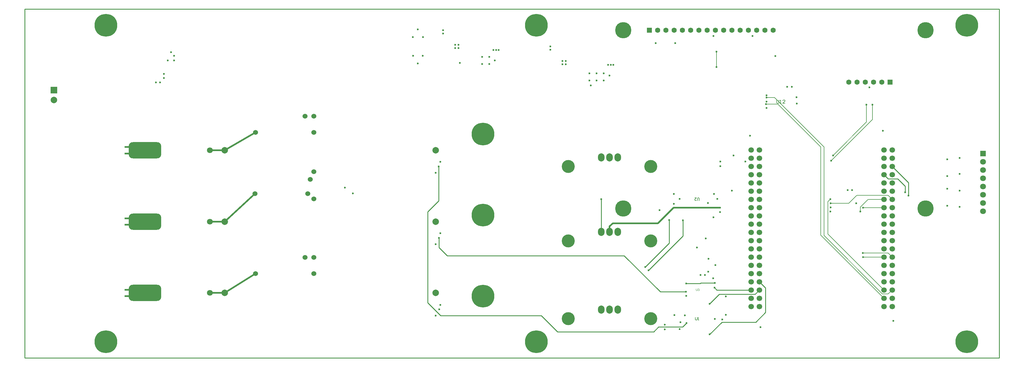
<source format=gbl>
G04 Layer_Physical_Order=4*
G04 Layer_Color=11796480*
%FSLAX43Y43*%
%MOMM*%
G71*
G01*
G75*
%ADD19C,2.000*%
%ADD27C,0.250*%
%ADD28C,0.200*%
%ADD29C,0.150*%
%ADD30C,0.500*%
%ADD34C,0.254*%
%ADD35C,0.178*%
%ADD36C,0.100*%
%ADD37O,2.000X2.500*%
%ADD38C,7.000*%
%ADD39C,1.524*%
%ADD40C,1.800*%
%ADD41C,1.600*%
%ADD42R,1.600X1.600*%
%ADD43C,1.700*%
%ADD44C,4.000*%
%ADD45R,2.000X2.000*%
%ADD46R,1.800X1.800*%
%ADD47C,5.000*%
%ADD48C,0.600*%
G04:AMPARAMS|DCode=65|XSize=10mm|YSize=5mm|CornerRadius=1.25mm|HoleSize=0mm|Usage=FLASHONLY|Rotation=180.000|XOffset=0mm|YOffset=0mm|HoleType=Round|Shape=RoundedRectangle|*
%AMROUNDEDRECTD65*
21,1,10.000,2.500,0,0,180.0*
21,1,7.500,5.000,0,0,180.0*
1,1,2.500,-3.750,1.250*
1,1,2.500,3.750,1.250*
1,1,2.500,3.750,-1.250*
1,1,2.500,-3.750,-1.250*
%
%ADD65ROUNDEDRECTD65*%
D19*
X126500Y64000D02*
D03*
X61500D02*
D03*
X9000Y79500D02*
D03*
X126500Y20000D02*
D03*
X61500D02*
D03*
X126500Y42000D02*
D03*
X61500D02*
D03*
D27*
X195100Y9500D02*
X202500D01*
X193600Y8000D02*
X195100Y9500D01*
X202500D02*
X203730Y10730D01*
X164000Y8000D02*
X193600D01*
X159000Y13000D02*
X164000Y8000D01*
X128000Y13000D02*
X159000D01*
X192000Y27000D02*
X202600Y37600D01*
Y42400D01*
X191000Y28000D02*
X198400Y35400D01*
Y42500D01*
X177450Y38800D02*
Y48950D01*
X272000Y50000D02*
Y54020D01*
X195635Y20365D02*
X203535D01*
X184500Y31500D02*
X195635Y20365D01*
X212300Y21635D02*
X213015Y20920D01*
X203600Y22900D02*
X207900D01*
X208100Y23100D01*
X212400D01*
X213750Y19600D02*
X224780D01*
X210825Y16675D02*
X213750Y19600D01*
X214600Y11000D02*
X225000D01*
X210825Y7225D02*
X214600Y11000D01*
X124000Y17000D02*
X128000Y13000D01*
X124000Y17000D02*
Y45000D01*
X130000Y31500D02*
X184500D01*
X127475Y34025D02*
X130000Y31500D01*
X124000Y45000D02*
X127425Y48425D01*
Y58975D01*
X127475Y34025D02*
Y36975D01*
X213015Y20920D02*
X223560D01*
X224780Y19600D02*
X226100Y20920D01*
X225000Y11000D02*
X228000Y14000D01*
Y21560D01*
X226100Y23460D02*
X228000Y21560D01*
X264460Y56480D02*
X265740Y55200D01*
X268700D01*
X271000Y52900D01*
Y51000D02*
Y52900D01*
X267000Y59020D02*
X272000Y54020D01*
D28*
X212950Y89650D02*
Y94350D01*
D29*
X231800Y78200D02*
X245000Y65000D01*
X228200Y78200D02*
X231800D01*
X230800Y80200D02*
X246000Y65000D01*
X228300Y80200D02*
X230800D01*
X260900Y73500D02*
Y78000D01*
X259100Y72700D02*
Y78000D01*
X248200Y60800D02*
X260900Y73500D01*
X248800Y62400D02*
X259100Y72700D01*
X246000Y37700D02*
Y65000D01*
Y37700D02*
X264000Y19700D01*
X265780D01*
X267000Y20920D01*
X258020Y31080D02*
X264460D01*
X245000Y37840D02*
Y65000D01*
X256100Y50100D02*
X265760D01*
X253635Y47635D02*
X256100Y50100D01*
X248035Y47635D02*
X253635D01*
X247200Y48110D02*
X247995Y48905D01*
X247200Y38180D02*
Y48110D01*
Y38180D02*
X264460Y20920D01*
X265760Y50100D02*
X267000Y48860D01*
X259560D02*
X264460D01*
X257195Y46495D02*
X259560Y48860D01*
X257195Y45095D02*
Y46495D01*
X258020Y46320D02*
X264460D01*
X245000Y37840D02*
X264460Y18380D01*
X258000Y32300D02*
X265780D01*
X267000Y31080D01*
X207575Y48525D02*
Y49192D01*
X207442Y49325D01*
X207175D01*
X207042Y49192D01*
Y48525D01*
X206242Y49325D02*
X206775D01*
X206242Y48792D01*
Y48659D01*
X206375Y48525D01*
X206642D01*
X206775Y48659D01*
X206425Y12475D02*
Y11808D01*
X206558Y11675D01*
X206825D01*
X206958Y11808D01*
Y12475D01*
X207225Y11675D02*
X207491D01*
X207358D01*
Y12475D01*
X207225Y12341D01*
D30*
X199700Y46300D02*
X214000D01*
X194900Y41500D02*
X199700Y46300D01*
X181000Y41500D02*
X194900D01*
X180000Y40500D02*
X181000Y41500D01*
X180000Y38800D02*
Y40500D01*
X31000Y19000D02*
X36000D01*
X37000Y20000D01*
X36000Y21000D02*
X37000Y20000D01*
X31000Y21000D02*
X36000D01*
X31000Y41000D02*
X36000D01*
X37000Y42000D01*
X36000Y43000D02*
X37000Y42000D01*
X31000Y43000D02*
X36000D01*
X31000Y63000D02*
X36000D01*
X37000Y64000D01*
X36000Y65000D02*
X37000Y64000D01*
X31000Y65000D02*
X36000D01*
X61500Y64000D02*
X71000Y69500D01*
X61500Y20000D02*
X71000Y26000D01*
X57000Y64000D02*
X61500Y64000D01*
Y42000D02*
X70890Y50570D01*
X57000Y42000D02*
X61500Y42000D01*
X61500Y20000D02*
X61500Y20000D01*
X57000Y20000D02*
X61500D01*
D34*
X0Y0D02*
Y107500D01*
X300000D01*
Y0D02*
Y107500D01*
X0Y0D02*
X300000D01*
D35*
X231476Y79508D02*
Y78661D01*
X231645Y78492D01*
X231984D01*
X232153Y78661D01*
Y79508D01*
X232492Y78492D02*
X232830D01*
X232661D01*
Y79508D01*
X232492Y79338D01*
X234015Y78492D02*
X233338D01*
X234015Y79169D01*
Y79338D01*
X233846Y79508D01*
X233507D01*
X233338Y79338D01*
D36*
X206603Y21346D02*
Y20846D01*
X206703Y20746D01*
X206903D01*
X207003Y20846D01*
Y21346D01*
X207203Y21246D02*
X207303Y21346D01*
X207503D01*
X207603Y21246D01*
Y21146D01*
X207503Y21046D01*
X207403D01*
X207503D01*
X207603Y20946D01*
Y20846D01*
X207503Y20746D01*
X207303D01*
X207203Y20846D01*
D37*
X182550Y61800D02*
D03*
X180000D02*
D03*
X177450D02*
D03*
X182550Y14900D02*
D03*
X180000D02*
D03*
X177450D02*
D03*
X182550Y38800D02*
D03*
X180000D02*
D03*
X177450D02*
D03*
D38*
X141000Y44000D02*
D03*
Y69000D02*
D03*
X157500Y5000D02*
D03*
X141000Y19000D02*
D03*
X290000Y5000D02*
D03*
Y102500D02*
D03*
X25000Y5000D02*
D03*
Y102500D02*
D03*
X157500D02*
D03*
D39*
X86250Y74500D02*
D03*
X89000Y69500D02*
D03*
Y74500D02*
D03*
X71000Y69500D02*
D03*
X70890Y50570D02*
D03*
X89000Y57380D02*
D03*
X87120Y50570D02*
D03*
X87880Y54970D02*
D03*
X89000Y49000D02*
D03*
X71000Y26000D02*
D03*
X89000Y31000D02*
D03*
Y26000D02*
D03*
X86250Y31000D02*
D03*
D40*
X57000Y64000D02*
D03*
X295000Y60460D02*
D03*
Y57920D02*
D03*
Y55380D02*
D03*
Y52840D02*
D03*
Y50300D02*
D03*
Y47760D02*
D03*
Y45220D02*
D03*
X57000Y20000D02*
D03*
Y42000D02*
D03*
D41*
X256190Y85000D02*
D03*
X261270D02*
D03*
X263810D02*
D03*
X258730D02*
D03*
X253650D02*
D03*
X230350Y101000D02*
D03*
X225270D02*
D03*
X220190D02*
D03*
X217650D02*
D03*
X212570D02*
D03*
X207490D02*
D03*
X202410D02*
D03*
X197330D02*
D03*
X194790D02*
D03*
X199870D02*
D03*
X204950D02*
D03*
X210030D02*
D03*
X215110D02*
D03*
X222730D02*
D03*
X227810D02*
D03*
D42*
X266350Y85000D02*
D03*
X192250Y101000D02*
D03*
D43*
X264460Y64100D02*
D03*
Y61560D02*
D03*
Y59020D02*
D03*
Y56480D02*
D03*
Y53940D02*
D03*
Y51400D02*
D03*
Y48860D02*
D03*
Y46320D02*
D03*
Y43780D02*
D03*
Y41240D02*
D03*
Y38700D02*
D03*
Y36160D02*
D03*
Y33620D02*
D03*
Y31080D02*
D03*
Y28540D02*
D03*
Y26000D02*
D03*
Y23460D02*
D03*
Y20920D02*
D03*
Y18380D02*
D03*
Y15840D02*
D03*
X267000Y64100D02*
D03*
Y61560D02*
D03*
Y59020D02*
D03*
Y56480D02*
D03*
Y53940D02*
D03*
Y51400D02*
D03*
Y48860D02*
D03*
Y46320D02*
D03*
Y43780D02*
D03*
Y41240D02*
D03*
Y38700D02*
D03*
Y36160D02*
D03*
Y33620D02*
D03*
Y31080D02*
D03*
Y28540D02*
D03*
Y26000D02*
D03*
Y23460D02*
D03*
Y20920D02*
D03*
Y18380D02*
D03*
Y15840D02*
D03*
X226100D02*
D03*
Y18380D02*
D03*
Y20920D02*
D03*
Y23460D02*
D03*
Y26000D02*
D03*
Y28540D02*
D03*
Y31080D02*
D03*
Y33620D02*
D03*
Y36160D02*
D03*
Y38700D02*
D03*
Y41240D02*
D03*
Y43780D02*
D03*
Y46320D02*
D03*
Y48860D02*
D03*
Y51400D02*
D03*
Y53940D02*
D03*
Y56480D02*
D03*
Y59020D02*
D03*
Y61560D02*
D03*
Y64100D02*
D03*
X223560Y15840D02*
D03*
Y18380D02*
D03*
Y20920D02*
D03*
Y23460D02*
D03*
Y26000D02*
D03*
Y28540D02*
D03*
Y31080D02*
D03*
Y33620D02*
D03*
Y36160D02*
D03*
Y38700D02*
D03*
Y41240D02*
D03*
Y43780D02*
D03*
Y46320D02*
D03*
Y48860D02*
D03*
Y51400D02*
D03*
Y53940D02*
D03*
Y56480D02*
D03*
Y59020D02*
D03*
Y61560D02*
D03*
Y64100D02*
D03*
D44*
X192700Y12100D02*
D03*
X167300D02*
D03*
X192700Y59000D02*
D03*
X167300D02*
D03*
X192700Y36000D02*
D03*
X167300D02*
D03*
D45*
X9000Y82500D02*
D03*
D46*
X295000Y63000D02*
D03*
D47*
X277270Y46000D02*
D03*
X184250Y101000D02*
D03*
X277250D02*
D03*
X184250Y46000D02*
D03*
D48*
X132500Y96500D02*
D03*
X133500D02*
D03*
X132500Y95500D02*
D03*
X133500D02*
D03*
X165500Y91500D02*
D03*
X166500D02*
D03*
X165500Y90500D02*
D03*
X166500D02*
D03*
X174200Y84000D02*
D03*
X212950Y94350D02*
D03*
Y89650D02*
D03*
X228200Y78200D02*
D03*
X228300Y80200D02*
D03*
X192000Y27000D02*
D03*
X191000Y28000D02*
D03*
X177450Y48950D02*
D03*
X272000Y50000D02*
D03*
X260000Y83400D02*
D03*
X212000Y99200D02*
D03*
X224000D02*
D03*
X194200Y97000D02*
D03*
X231000Y93000D02*
D03*
X200200Y97000D02*
D03*
X267330Y11430D02*
D03*
X226430Y9430D02*
D03*
X264130Y69970D02*
D03*
X237650Y78350D02*
D03*
X237600Y80300D02*
D03*
X228350Y80950D02*
D03*
X228300Y79000D02*
D03*
X228350Y77050D02*
D03*
X234700Y83500D02*
D03*
X236100Y83500D02*
D03*
X223230Y68430D02*
D03*
X255965Y47635D02*
D03*
X248035Y46365D02*
D03*
X248005Y45095D02*
D03*
X253300Y51700D02*
D03*
X254700D02*
D03*
X221830Y60470D02*
D03*
X218130Y62370D02*
D03*
X214130Y60470D02*
D03*
X214130Y59070D02*
D03*
X31000Y19000D02*
D03*
Y21000D02*
D03*
Y41000D02*
D03*
Y43000D02*
D03*
Y63000D02*
D03*
Y65000D02*
D03*
X161800Y96000D02*
D03*
Y95000D02*
D03*
X128800Y101000D02*
D03*
Y100000D02*
D03*
X121000Y101200D02*
D03*
X122575Y98875D02*
D03*
X119425D02*
D03*
X121000Y90700D02*
D03*
X122475Y93125D02*
D03*
X119525D02*
D03*
X144700Y91700D02*
D03*
X140800Y90600D02*
D03*
Y92800D02*
D03*
X143000Y90600D02*
D03*
Y92800D02*
D03*
X180000Y87000D02*
D03*
X178200Y85500D02*
D03*
Y87700D02*
D03*
X173800Y85500D02*
D03*
Y87700D02*
D03*
X176000Y85500D02*
D03*
Y87700D02*
D03*
X209600Y36800D02*
D03*
X217700Y51500D02*
D03*
X203605Y19095D02*
D03*
X203535Y20365D02*
D03*
X198400Y42500D02*
D03*
X202600Y42400D02*
D03*
X195400Y45500D02*
D03*
X203730Y10730D02*
D03*
X203200Y13100D02*
D03*
X201600Y8900D02*
D03*
X197000Y8800D02*
D03*
X197000Y10200D02*
D03*
X200000Y13200D02*
D03*
X201800Y11000D02*
D03*
X203600Y22900D02*
D03*
X212400Y23100D02*
D03*
X214700Y11800D02*
D03*
X212300Y21635D02*
D03*
X215800Y18900D02*
D03*
X210825Y16675D02*
D03*
Y7225D02*
D03*
X215800Y13300D02*
D03*
X212400Y12000D02*
D03*
X206900Y34000D02*
D03*
X209400Y25500D02*
D03*
X211900Y24500D02*
D03*
X210400Y26600D02*
D03*
X212600Y28600D02*
D03*
X210500Y30500D02*
D03*
X208000Y25500D02*
D03*
X199800Y47500D02*
D03*
X201600Y49000D02*
D03*
X210270Y47730D02*
D03*
X212000Y43300D02*
D03*
X214000Y44900D02*
D03*
X214000Y46300D02*
D03*
X213200Y49000D02*
D03*
X212200Y50500D02*
D03*
X199800Y50500D02*
D03*
X127425Y58975D02*
D03*
X127575Y14975D02*
D03*
X127475Y36975D02*
D03*
X101000Y50700D02*
D03*
X98500Y52500D02*
D03*
X126475Y13025D02*
D03*
X127900Y16300D02*
D03*
Y38400D02*
D03*
X126475Y35025D02*
D03*
X126475Y57025D02*
D03*
X127900Y60400D02*
D03*
X46000Y93100D02*
D03*
X44990Y94190D02*
D03*
X46000Y91700D02*
D03*
X44000D02*
D03*
X42810Y87490D02*
D03*
X41610Y84890D02*
D03*
X40410D02*
D03*
X42810Y86290D02*
D03*
X260900Y78000D02*
D03*
X248200Y60800D02*
D03*
X248800Y62400D02*
D03*
X259100Y78000D02*
D03*
X181200Y90300D02*
D03*
X179600D02*
D03*
X180400D02*
D03*
X145900Y94900D02*
D03*
X145100D02*
D03*
X144300D02*
D03*
X133900Y90900D02*
D03*
X258020Y31080D02*
D03*
X248035Y47635D02*
D03*
X247995Y48905D02*
D03*
X257195Y45095D02*
D03*
X258020Y46320D02*
D03*
X258000Y32300D02*
D03*
X271000Y51000D02*
D03*
X284000Y61200D02*
D03*
Y56000D02*
D03*
Y52100D02*
D03*
Y46900D02*
D03*
X287800Y61600D02*
D03*
Y56700D02*
D03*
Y51500D02*
D03*
Y46500D02*
D03*
D65*
X37000Y64000D02*
D03*
Y20000D02*
D03*
Y42000D02*
D03*
M02*

</source>
